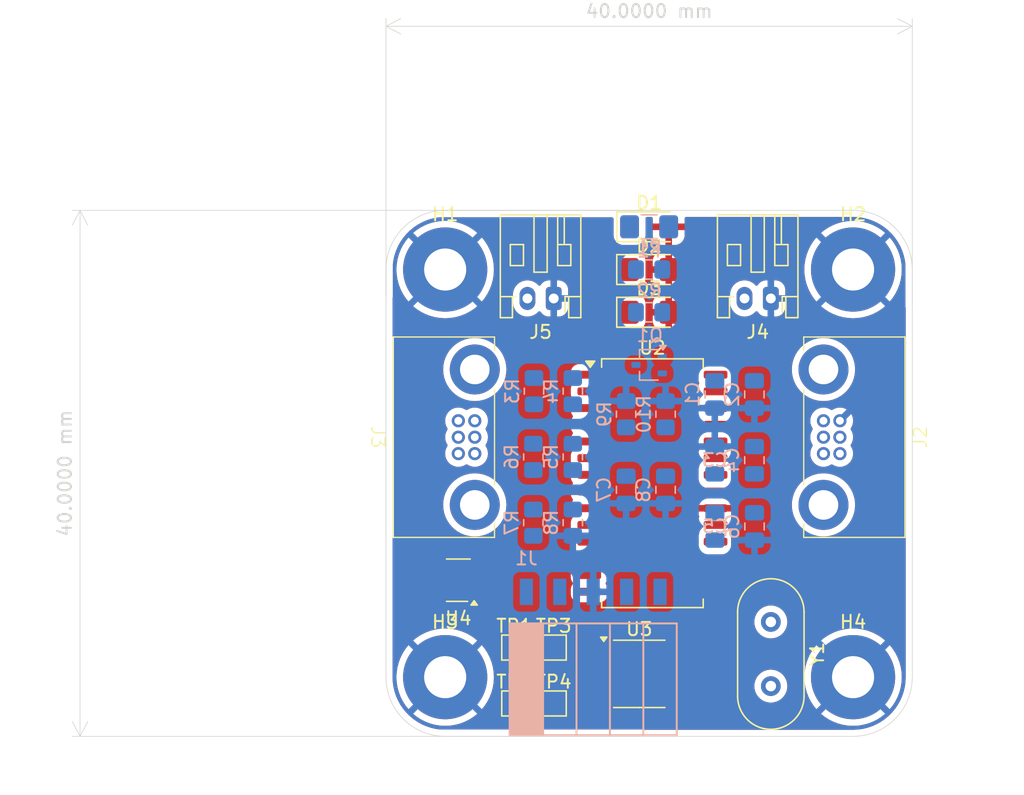
<source format=kicad_pcb>
(kicad_pcb (version 20240108) (generator "pcbnew") (generator_version "8.0")
  (layers (0 "F.Cu" signal) (31 "B.Cu" signal) (34 "B.Paste" user) (35 "F.Paste" user) (36 "B.SilkS" user "B.Silkscreen") (37 "F.SilkS" user "F.Silkscreen") (38 "B.Mask" user) (39 "F.Mask" user) (44 "Edge.Cuts" user))
  (net 0 "")
  (net 1 "+5V")
  (net 2 "GND")
  (net 3 "Net-(D1-K)")
  (net 4 "Net-(D2-K)")
  (net 5 "Net-(D3-K)")
  (net 6 "Net-(J2-Pin_5)")
  (net 7 "Net-(U4-IN+)")
  (net 8 "/ICSPDAT")
  (net 9 "/ICSPCLK")
  (net 10 "/~{MCLR}")
  (net 12 "/CANL")
  (net 14 "/CANH")
  (net 16 "/MTR_OUT")
  (net 18 "/MTR_IN")
  (net 19 "/LIM_2")
  (net 20 "/LIM_1")
  (net 21 "/MTR_ON")
  (net 22 "Net-(U2-RA2)")
  (net 23 "Net-(U2-RA1)")
  (net 24 "Net-(U2-RA0)")
  (net 29 "/CAN_RX")
  (net 31 "/CAN_TX")
  (net 33 "/CURR_SENS")
  (net 35 "/OSC1")
  (net 36 "Net-(C4-Pad2)")
  (net 39 "/OSC2")
  (net 40 "Net-(J3-Pin_5)")
  (net 41 "Net-(J4-Pin_2)")
  (net 42 "Net-(J5-Pin_2)")
  (net 43 "Net-(U3-STBY)")
  (footprint "LED_SMD:LED_1206_3216Metric_Pad1.42x1.75mm_HandSolder" (layer "F.Cu") (at 172.75 45.75)
    (property "Reference" "D2" (at 0 -1.82 0) (layer "F.SilkS"))
    (property "Value" "BLUE")
    (fp_line (start -2.46 -1.135) (end -2.46 1.135) (stroke (width 0.12)) (layer "F.SilkS"))
    (fp_line (start -2.46 1.135) (end 1.6 1.135) (stroke (width 0.12)) (layer "F.SilkS"))
    (fp_line (start 1.6 -1.135) (end -2.46 -1.135) (stroke (width 0.12)) (layer "F.SilkS"))
    (pad "1" smd roundrect (at -1.4875 0) (size 1.425 1.75) (layers "F.Cu" "F.Paste" "F.Mask") (roundrect_rratio 0.175439) (net 4 "Net-(D2-K)"))
    (pad "2" smd roundrect (at 1.4875 0) (size 1.425 1.75) (layers "F.Cu" "F.Paste" "F.Mask") (roundrect_rratio 0.175439) (net 1 "+5V"))
  )
  (footprint "Connector_JST:JST_PH_S2B-PH-K_1x02_P2.00mm_Horizontal" (layer "F.Cu") (at 182 47.95 180)
    (property "Reference" "J4" (at 1 -2.55 180) (layer "F.SilkS"))
    (property "Value" "Conn_01x02_Socket")
    (fp_line (start 4.06 6.36) (end 4.06 -1.46) (stroke (width 0.12)) (layer "F.SilkS"))
    (fp_line (start 4.06 0.14) (end 3.14 0.14) (stroke (width 0.12)) (layer "F.SilkS"))
    (fp_line (start 4.06 -1.46) (end 3.14 -1.46) (stroke (width 0.12)) (layer "F.SilkS"))
    (fp_line (start 3.3 4.1) (end 2.3 4.1) (stroke (width 0.12)) (layer "F.SilkS"))
    (fp_line (start 3.3 2.5) (end 3.3 4.1) (stroke (width 0.12)) (layer "F.SilkS"))
    (fp_line (start 3.14 0.14) (end 2.86 0.14) (stroke (width 0.12)) (layer "F.SilkS"))
    (fp_line (start 3.14 -1.46) (end 3.14 0.14) (stroke (width 0.12)) (layer "F.SilkS"))
    (fp_line (start 2.3 4.1) (end 2.3 2.5) (stroke (width 0.12)) (layer "F.SilkS"))
    (fp_line (start 2.3 2.5) (end 3.3 2.5) (stroke (width 0.12)) (layer "F.SilkS"))
    (fp_line (start 1.5 2) (end 1.5 6.36) (stroke (width 0.12)) (layer "F.SilkS"))
    (fp_line (start 0.5 6.36) (end 0.5 2) (stroke (width 0.12)) (layer "F.SilkS"))
    (fp_line (start 0.5 2) (end 1.5 2) (stroke (width 0.12)) (layer "F.SilkS"))
    (fp_line (start -0.3 4.1) (end -0.3 6.36) (stroke (width 0.12)) (layer "F.SilkS"))
    (fp_line (start -0.3 4.1) (end -0.3 2.5) (stroke (width 0.12)) (layer "F.SilkS"))
    (fp_line (start -0.3 2.5) (end -1.3 2.5) (stroke (width 0.12)) (layer "F.SilkS"))
    (fp_line (start -0.8 4.1) (end -0.8 6.36) (stroke (width 0.12)) (layer "F.SilkS"))
    (fp_line (start -0.86 0.14) (end -0.86 -1.075) (stroke (width 0.12)) (layer "F.SilkS"))
    (fp_line (start -0.86 0.14) (end -1.14 0.14) (stroke (width 0.12)) (layer "F.SilkS"))
    (fp_line (start -1.14 0.14) (end -1.14 -1.46) (stroke (width 0.12)) (layer "F.SilkS"))
    (fp_line (start -1.14 -1.46) (end -2.06 -1.46) (stroke (width 0.12)) (layer "F.SilkS"))
    (fp_line (start -1.3 4.1) (end -0.3 4.1) (stroke (width 0.12)) (layer "F.SilkS"))
    (fp_line (start -1.3 2.5) (end -1.3 4.1) (stroke (width 0.12)) (layer "F.SilkS"))
    (fp_line (start -2.06 6.36) (end 4.06 6.36) (stroke (width 0.12)) (layer "F.SilkS"))
    (fp_line (start -2.06 0.14) (end -1.14 0.14) (stroke (width 0.12)) (layer "F.SilkS"))
    (fp_line (start -2.06 -1.46) (end -2.06 6.36) (stroke (width 0.12)) (layer "F.SilkS"))
    (pad "1" thru_hole roundrect (at 0 0 180) (size 1.2 1.75) (drill 0.75) (layers "*.Cu" "*.Mask") (roundrect_rratio 0.208333) (net 2 "GND"))
    (pad "2" thru_hole oval (at 2 0 180) (size 1.2 1.75) (drill 0.75) (layers "*.Cu" "*.Mask") (net 41 "Net-(J4-Pin_2)"))
  )
  (footprint "Package_SO:SOIC-8_3.9x4.9mm_P1.27mm" (layer "F.Cu") (at 172 76.5)
    (property "Reference" "U3" (at 0 -3.4 0) (layer "F.SilkS"))
    (property "Value" "MCP2562")
    (fp_line (start 0 -2.56) (end -1.95 -2.56) (stroke (width 0.12)) (layer "F.SilkS"))
    (fp_line (start 0 -2.56) (end 1.95 -2.56) (stroke (width 0.12)) (layer "F.SilkS"))
    (fp_line (start 0 2.56) (end -1.95 2.56) (stroke (width 0.12)) (layer "F.SilkS"))
    (fp_line (start 0 2.56) (end 1.95 2.56) (stroke (width 0.12)) (layer "F.SilkS"))
    (fp_poly (pts (xy -2.7 -2.465) (xy -2.94 -2.795) (xy -2.46 -2.795) (xy -2.7 -2.465)) (stroke (width 0.12)) (fill solid) (layer "F.SilkS"))
    (pad "1" smd roundrect (at -2.475 -1.905) (size 1.95 0.6) (layers "F.Cu" "F.Paste" "F.Mask") (net 31 "/CAN_TX"))
    (pad "2" smd roundrect (at -2.475 -0.635) (size 1.95 0.6) (layers "F.Cu" "F.Paste" "F.Mask") (net 43 "Net-(U3-STBY)"))
    (pad "3" smd roundrect (at -2.475 0.635) (size 1.95 0.6) (layers "F.Cu" "F.Paste" "F.Mask") (net 1 "+5V"))
    (pad "4" smd roundrect (at -2.475 1.905) (size 1.95 0.6) (layers "F.Cu" "F.Paste" "F.Mask") (net 29 "/CAN_RX"))
    (pad "5" smd roundrect (at 2.475 1.905) (size 1.95 0.6) (layers "F.Cu" "F.Paste" "F.Mask") (net 1 "+5V"))
    (pad "6" smd roundrect (at 2.475 0.635) (size 1.95 0.6) (layers "F.Cu" "F.Paste" "F.Mask") (net 12 "/CANL"))
    (pad "7" smd roundrect (at 2.475 -0.635) (size 1.95 0.6) (layers "F.Cu" "F.Paste" "F.Mask") (net 14 "/CANH"))
    (pad "8" smd roundrect (at 2.475 -1.905) (size 1.95 0.6) (layers "F.Cu" "F.Paste" "F.Mask") (net 43 "Net-(U3-STBY)"))
  )
  (footprint "LED_SMD:LED_1206_3216Metric_Pad1.42x1.75mm_HandSolder" (layer "F.Cu") (at 172.75 42.5)
    (property "Reference" "D1" (at 0 -1.82 0) (layer "F.SilkS"))
    (property "Value" "RED")
    (fp_line (start -2.46 -1.135) (end -2.46 1.135) (stroke (width 0.12)) (layer "F.SilkS"))
    (fp_line (start -2.46 1.135) (end 1.6 1.135) (stroke (width 0.12)) (layer "F.SilkS"))
    (fp_line (start 1.6 -1.135) (end -2.46 -1.135) (stroke (width 0.12)) (layer "F.SilkS"))
    (pad "1" smd roundrect (at -1.4875 0) (size 1.425 1.75) (layers "F.Cu" "F.Paste" "F.Mask") (roundrect_rratio 0.175439) (net 3 "Net-(D1-K)"))
    (pad "2" smd roundrect (at 1.4875 0) (size 1.425 1.75) (layers "F.Cu" "F.Paste" "F.Mask") (roundrect_rratio 0.175439) (net 1 "+5V"))
  )
  (footprint "MountingHole:MountingHole_3.2mm_M3_Pad" (layer "F.Cu") (at 188.25 45.75)
    (property "Reference" "H2" (at 0 -4.2 0) (layer "F.SilkS"))
    (property "Value" "Mount")
    (pad "1" thru_hole circle (at 0 0) (size 6.4 6.4) (drill 3.2) (layers "*.Cu" "*.Mask") (net 2 "GND"))
  )
  (footprint "TestPoint:TestPoint_Pad_1.5x1.5mm" (layer "F.Cu") (at 162.5 78.75)
    (property "Reference" "TP2" (at 0 -1.648 0) (layer "F.SilkS"))
    (property "Value" "PWM TP")
    (fp_line (start -0.95 -0.95) (end 0.95 -0.95) (stroke (width 0.12)) (layer "F.SilkS"))
    (fp_line (start -0.95 0.95) (end -0.95 -0.95) (stroke (width 0.12)) (layer "F.SilkS"))
    (fp_line (start 0.95 -0.95) (end 0.95 0.95) (stroke (width 0.12)) (layer "F.SilkS"))
    (fp_line (start 0.95 0.95) (end -0.95 0.95) (stroke (width 0.12)) (layer "F.SilkS"))
    (pad "1" smd rect (at 0 0) (size 1.5 1.5) (layers "F.Cu" "F.Mask") (net 18 "/MTR_IN"))
  )
  (footprint "LED_SMD:LED_1206_3216Metric_Pad1.42x1.75mm_HandSolder" (layer "F.Cu") (at 172.75 49)
    (property "Reference" "D3" (at 0 -1.82 0) (layer "F.SilkS"))
    (property "Value" "WHITE")
    (fp_line (start -2.46 -1.135) (end -2.46 1.135) (stroke (width 0.12)) (layer "F.SilkS"))
    (fp_line (start -2.46 1.135) (end 1.6 1.135) (stroke (width 0.12)) (layer "F.SilkS"))
    (fp_line (start 1.6 -1.135) (end -2.46 -1.135) (stroke (width 0.12)) (layer "F.SilkS"))
    (pad "1" smd roundrect (at -1.4875 0) (size 1.425 1.75) (layers "F.Cu" "F.Paste" "F.Mask") (roundrect_rratio 0.175439) (net 5 "Net-(D3-K)"))
    (pad "2" smd roundrect (at 1.4875 0) (size 1.425 1.75) (layers "F.Cu" "F.Paste" "F.Mask") (roundrect_rratio 0.175439) (net 1 "+5V"))
  )
  (footprint "TestPoint:TestPoint_Pad_1.5x1.5mm" (layer "F.Cu") (at 162.5 74.5)
    (property "Reference" "TP1" (at 0 -1.648 0) (layer "F.SilkS"))
    (property "Value" "5v TP")
    (fp_line (start -0.95 -0.95) (end 0.95 -0.95) (stroke (width 0.12)) (layer "F.SilkS"))
    (fp_line (start -0.95 0.95) (end -0.95 -0.95) (stroke (width 0.12)) (layer "F.SilkS"))
    (fp_line (start 0.95 -0.95) (end 0.95 0.95) (stroke (width 0.12)) (layer "F.SilkS"))
    (fp_line (start 0.95 0.95) (end -0.95 0.95) (stroke (width 0.12)) (layer "F.SilkS"))
    (pad "1" smd rect (at 0 0) (size 1.5 1.5) (layers "F.Cu" "F.Mask") (net 1 "+5V"))
  )
  (footprint "MountingHole:MountingHole_3.2mm_M3_Pad" (layer "F.Cu") (at 157.25 45.75)
    (property "Reference" "H1" (at 0 -4.2 0) (layer "F.SilkS"))
    (property "Value" "Mount")
    (pad "1" thru_hole circle (at 0 0) (size 6.4 6.4) (drill 3.2) (layers "*.Cu" "*.Mask") (net 2 "GND"))
  )
  (footprint "TestPoint:TestPoint_Pad_1.5x1.5mm" (layer "F.Cu") (at 165.5 74.5)
    (property "Reference" "TP3" (at 0 -1.648 0) (layer "F.SilkS"))
    (property "Value" "LIM2 TP")
    (fp_line (start -0.95 -0.95) (end 0.95 -0.95) (stroke (width 0.12)) (layer "F.SilkS"))
    (fp_line (start -0.95 0.95) (end -0.95 -0.95) (stroke (width 0.12)) (layer "F.SilkS"))
    (fp_line (start 0.95 -0.95) (end 0.95 0.95) (stroke (width 0.12)) (layer "F.SilkS"))
    (fp_line (start 0.95 0.95) (end -0.95 0.95) (stroke (width 0.12)) (layer "F.SilkS"))
    (pad "1" smd rect (at 0 0) (size 1.5 1.5) (layers "F.Cu" "F.Mask") (net 19 "/LIM_2"))
  )
  (footprint "Canhw:connector_Harwin_G125–MG10605M4P" (layer "F.Cu") (at 186 58.5 90)
    (property "Reference" "J2" (at 0 7.366 90) (layer "F.SilkS") (effects (font (thickness 0.1))))
    (property "Value" "Gecko")
    (fp_line (start 7.62 -1.5) (end 6.6 -1.5) (stroke (width 0.1)) (layer "F.SilkS"))
    (fp_line (start 7.62 -1.5) (end 7.62 6.2) (stroke (width 0.1)) (layer "F.SilkS"))
    (fp_line (start 3.6 -1.5) (end -3.6 -1.5) (stroke (width 0.1)) (layer "F.SilkS"))
    (fp_line (start -7.62 -1.5) (end -6.6 -1.5) (stroke (width 0.1)) (layer "F.SilkS"))
    (fp_line (start 7.62 6.2) (end -7.62 6.2) (stroke (width 0.1)) (layer "F.SilkS"))
    (fp_line (start -7.62 6.2) (end -7.62 -1.5) (stroke (width 0.1)) (layer "F.SilkS"))
    (pad "" thru_hole circle (at -5.15 0 90) (size 3.8 3.8) (drill 2.25) (layers "*.Cu" "*.Mask"))
    (pad "" thru_hole circle (at 5.15 0 90) (size 3.8 3.8) (drill 2.25) (layers "*.Cu" "*.Mask"))
    (pad "1" thru_hole circle (at 1.25 0 90) (size 1 1) (drill 0.6) (layers "*.Cu" "*.Mask"))
    (pad "2" thru_hole circle (at 0 0 90) (size 1 1) (drill 0.6) (layers "*.Cu" "*.Mask") (net 12 "/CANL"))
    (pad "3" thru_hole circle (at -1.25 0 90) (size 1 1) (drill 0.6) (layers "*.Cu" "*.Mask") (net 14 "/CANH"))
    (pad "4" thru_hole circle (at 1.25 1.25 90) (size 1 1) (drill 0.6) (layers "*.Cu" "*.Mask") (net 2 "GND"))
    (pad "5" thru_hole circle (at 0 1.25 90) (size 1 1) (drill 0.6) (layers "*.Cu" "*.Mask") (net 6 "Net-(J2-Pin_5)"))
    (pad "6" thru_hole circle (at -1.25 1.25 90) (size 1 1) (drill 0.6) (layers "*.Cu" "*.Mask"))
  )
  (footprint "Canhw:connector_Harwin_G125–MG10605M4P" (layer "F.Cu") (at 159.5 58.5 -90)
    (property "Reference" "J3" (at 0 7.366 -90) (layer "F.SilkS") (effects (font (thickness 0.1))))
    (property "Value" "Gecko")
    (fp_line (start -7.62 6.2) (end -7.62 -1.5) (stroke (width 0.1)) (layer "F.SilkS"))
    (fp_line (start 7.62 6.2) (end -7.62 6.2) (stroke (width 0.1)) (layer "F.SilkS"))
    (fp_line (start -7.62 -1.5) (end -6.6 -1.5) (stroke (width 0.1)) (layer "F.SilkS"))
    (fp_line (start 3.6 -1.5) (end -3.6 -1.5) (stroke (width 0.1)) (layer "F.SilkS"))
    (fp_line (start 7.62 -1.5) (end 7.62 6.2) (stroke (width 0.1)) (layer "F.SilkS"))
    (fp_line (start 7.62 -1.5) (end 6.6 -1.5) (stroke (width 0.1)) (layer "F.SilkS"))
    (pad "" thru_hole circle (at -5.15 0 270) (size 3.8 3.8) (drill 2.25) (layers "*.Cu" "*.Mask"))
    (pad "" thru_hole circle (at 5.15 0 270) (size 3.8 3.8) (drill 2.25) (layers "*.Cu" "*.Mask"))
    (pad "1" thru_hole circle (at 1.25 0 270) (size 1 1) (drill 0.6) (layers "*.Cu" "*.Mask"))
    (pad "2" thru_hole circle (at 0 0 270) (size 1 1) (drill 0.6) (layers "*.Cu" "*.Mask") (net 2 "GND"))
    (pad "3" thru_hole circle (at -1.25 0 270) (size 1 1) (drill 0.6) (layers "*.Cu" "*.Mask") (net 18 "/MTR_IN"))
    (pad "4" thru_hole circle (at 1.25 1.25 270) (size 1 1) (drill 0.6) (layers "*.Cu" "*.Mask") (net 16 "/MTR_OUT"))
    (pad "5" thru_hole circle (at 0 1.25 270) (size 1 1) (drill 0.6) (layers "*.Cu" "*.Mask") (net 40 "Net-(J3-Pin_5)"))
    (pad "6" thru_hole circle (at -1.25 1.25 270) (size 1 1) (drill 0.6) (layers "*.Cu" "*.Mask"))
  )
  (footprint "Package_TO_SOT_SMD:SOT-23-5_HandSoldering" (layer "F.Cu") (at 158.25 69.375 180)
    (property "Reference" "U4" (at 0 -2.9 180) (layer "F.SilkS"))
    (property "Value" "INA180")
    (fp_line (start 0.1 -1.61) (end 0.9 -1.61) (stroke (width 0.12)) (layer "F.SilkS"))
    (fp_line (start 0.1 -1.61) (end -0.7 -1.61) (stroke (width 0.12)) (layer "F.SilkS"))
    (fp_line (start -0.9 1.61) (end 0.9 1.61) (stroke (width 0.12)) (layer "F.SilkS"))
    (fp_poly (pts (xy -1.2 -1.56) (xy -1.44 -1.89) (xy -0.96 -1.89) (xy -1.2 -1.56)) (stroke (width 0.12)) (fill solid) (layer "F.SilkS"))
    (pad "1" smd roundrect (at -1.35 -0.95 180) (size 1.56 0.65) (layers "F.Cu" "F.Paste" "F.Mask") (net 33 "/CURR_SENS"))
    (pad "2" smd roundrect (at -1.35 0 180) (size 1.56 0.65) (layers "F.Cu" "F.Paste" "F.Mask") (net 2 "GND"))
    (pad "3" smd roundrect (at -1.35 0.95 180) (size 1.56 0.65) (layers "F.Cu" "F.Paste" "F.Mask") (net 7 "Net-(U4-IN+)"))
    (pad "4" smd roundrect (at 1.35 0.95 180) (size 1.56 0.65) (layers "F.Cu" "F.Paste" "F.Mask") (net 1 "+5V"))
    (pad "5" smd roundrect (at 1.35 -0.95 180) (size 1.56 0.65) (layers "F.Cu" "F.Paste" "F.Mask") (net 1 "+5V"))
  )
  (footprint "Package_SO:SOIC-28W_7.5x18.7mm_P1.27mm" (layer "F.Cu") (at 173 62)
    (property "Reference" "U2" (at 0 -10.3 0) (layer "F.SilkS"))
    (property "Value" "PIC18F26K83")
    (fp_line (start -3.86 -9.46) (end -3.86 -8.815) (stroke (width 0.12)) (layer "F.SilkS"))
    (fp_line (start -3.86 9.46) (end -3.86 8.815) (stroke (width 0.12)) (layer "F.SilkS"))
    (fp_line (start 0 -9.46) (end -3.86 -9.46) (stroke (width 0.12)) (layer "F.SilkS"))
    (fp_line (start 0 -9.46) (end 3.86 -9.46) (stroke (width 0.12)) (layer "F.SilkS"))
    (fp_line (start 0 9.46) (end -3.86 9.46) (stroke (width 0.12)) (layer "F.SilkS"))
    (fp_line (start 0 9.46) (end 3.86 9.46) (stroke (width 0.12)) (layer "F.SilkS"))
    (fp_line (start 3.86 -9.46) (end 3.86 -8.815) (stroke (width 0.12)) (layer "F.SilkS"))
    (fp_line (start 3.86 9.46) (end 3.86 8.815) (stroke (width 0.12)) (layer "F.SilkS"))
    (fp_poly (pts (xy -4.725 -8.815) (xy -5.065 -9.285) (xy -4.385 -9.285) (xy -4.725 -8.815)) (stroke (width 0.12)) (fill solid) (layer "F.SilkS"))
    (pad "1" smd roundrect (at -4.8 -8.255) (size 1.8 0.6) (layers "F.Cu" "F.Paste" "F.Mask") (net 10 "/~{MCLR}"))
    (pad "2" smd roundrect (at -4.8 -6.985) (size 1.8 0.6) (layers "F.Cu" "F.Paste" "F.Mask") (net 24 "Net-(U2-RA0)"))
    (pad "3" smd roundrect (at -4.8 -5.715) (size 1.8 0.6) (layers "F.Cu" "F.Paste" "F.Mask") (net 23 "Net-(U2-RA1)"))
    (pad "4" smd roundrect (at -4.8 -4.445) (size 1.8 0.6) (layers "F.Cu" "F.Paste" "F.Mask") (net 22 "Net-(U2-RA2)"))
    (pad "5" smd roundrect (at -4.8 -3.175) (size 1.8 0.6) (layers "F.Cu" "F.Paste" "F.Mask") (net 33 "/CURR_SENS"))
    (pad "6" smd roundrect (at -4.8 -1.905) (size 1.8 0.6) (layers "F.Cu" "F.Paste" "F.Mask"))
    (pad "7" smd roundrect (at -4.8 -0.635) (size 1.8 0.6) (layers "F.Cu" "F.Paste" "F.Mask"))
    (pad "8" smd roundrect (at -4.8 0.635) (size 1.8 0.6) (layers "F.Cu" "F.Paste" "F.Mask") (net 2 "GND"))
    (pad "9" smd roundrect (at -4.8 1.905) (size 1.8 0.6) (layers "F.Cu" "F.Paste" "F.Mask") (net 35 "/OSC1"))
    (pad "10" smd roundrect (at -4.8 3.175) (size 1.8 0.6) (layers "F.Cu" "F.Paste" "F.Mask") (net 39 "/OSC2"))
    (pad "11" smd roundrect (at -4.8 4.445) (size 1.8 0.6) (layers "F.Cu" "F.Paste" "F.Mask") (net 31 "/CAN_TX"))
    (pad "12" smd roundrect (at -4.8 5.715) (size 1.8 0.6) (layers "F.Cu" "F.Paste" "F.Mask") (net 29 "/CAN_RX"))
    (pad "13" smd roundrect (at -4.8 6.985) (size 1.8 0.6) (layers "F.Cu" "F.Paste" "F.Mask"))
    (pad "14" smd roundrect (at -4.8 8.255) (size 1.8 0.6) (layers "F.Cu" "F.Paste" "F.Mask") (net 20 "/LIM_1"))
    (pad "15" smd roundrect (at 4.8 8.255) (size 1.8 0.6) (layers "F.Cu" "F.Paste" "F.Mask") (net 19 "/LIM_2"))
    (pad "16" smd roundrect (at 4.8 6.985) (size 1.8 0.6) (layers "F.Cu" "F.Paste" "F.Mask"))
    (pad "17" smd roundrect (at 4.8 5.715) (size 1.8 0.6) (layers "F.Cu" "F.Paste" "F.Mask"))
    (pad "18" smd roundrect (at 4.8 4.445) (size 1.8 0.6) (layers "F.Cu" "F.Paste" "F.Mask"))
    (pad "19" smd roundrect (at 4.8 3.175) (size 1.8 0.6) (layers "F.Cu" "F.Paste" "F.Mask") (net 2 "GND"))
    (pad "20" smd roundrect (at 4.8 1.905) (size 1.8 0.6) (layers "F.Cu" "F.Paste" "F.Mask") (net 1 "+5V"))
    (pad "21" smd roundrect (at 4.8 0.635) (size 1.8 0.6) (layers "F.Cu" "F.Paste" "F.Mask"))
    (pad "22" smd roundrect (at 4.8 -0.635) (size 1.8 0.6) (layers "F.Cu" "F.Paste" "F.Mask"))
    (pad "23" smd roundrect (at 4.8 -1.905) (size 1.8 0.6) (layers "F.Cu" "F.Paste" "F.Mask"))
    (pad "24" smd roundrect (at 4.8 -3.175) (size 1.8 0.6) (layers "F.Cu" "F.Paste" "F.Mask") (net 18 "/MTR_IN"))
    (pad "25" smd roundrect (at 4.8 -4.445) (size 1.8 0.6) (layers "F.Cu" "F.Paste" "F.Mask") (net 16 "/MTR_OUT"))
    (pad "26" smd roundrect (at 4.8 -5.715) (size 1.8 0.6) (layers "F.Cu" "F.Paste" "F.Mask") (net 21 "/MTR_ON"))
    (pad "27" smd roundrect (at 4.8 -6.985) (size 1.8 0.6) (layers "F.Cu" "F.Paste" "F.Mask") (net 9 "/ICSPCLK"))
    (pad "28" smd roundrect (at 4.8 -8.255) (size 1.8 0.6) (layers "F.Cu" "F.Paste" "F.Mask") (net 8 "/ICSPDAT"))
  )
  (footprint "MountingHole:MountingHole_3.2mm_M3_Pad" (layer "F.Cu") (at 157.25 76.75)
    (property "Reference" "H3" (at 0 -4.2 0) (layer "F.SilkS"))
    (property "Value" "Mount")
    (pad "1" thru_hole circle (at 0 0) (size 6.4 6.4) (drill 3.2) (layers "*.Cu" "*.Mask") (net 2 "GND"))
  )
  (footprint "TestPoint:TestPoint_Pad_1.5x1.5mm" (layer "F.Cu") (at 165.5 78.75)
    (property "Reference" "TP4" (at 0 -1.648 0) (layer "F.SilkS"))
    (property "Value" "LIM1 TP")
    (fp_line (start -0.95 -0.95) (end 0.95 -0.95) (stroke (width 0.12)) (layer "F.SilkS"))
    (fp_line (start -0.95 0.95) (end -0.95 -0.95) (stroke (width 0.12)) (layer "F.SilkS"))
    (fp_line (start 0.95 -0.95) (end 0.95 0.95) (stroke (width 0.12)) (layer "F.SilkS"))
    (fp_line (start 0.95 0.95) (end -0.95 0.95) (stroke (width 0.12)) (layer "F.SilkS"))
    (pad "1" smd rect (at 0 0) (size 1.5 1.5) (layers "F.Cu" "F.Mask") (net 20 "/LIM_1"))
  )
  (footprint "Crystal:Crystal_HC49-4H_Vertical" (layer "F.Cu") (at 182 72.55 -90)
    (property "Reference" "Y1" (at 2.44 -3.525 90) (layer "F.SilkS"))
    (property "Value" "12MHz Crystal ")
    (fp_line (start -0.76 2.525) (end 5.64 2.525) (stroke (width 0.12)) (layer "F.SilkS"))
    (fp_line (start -0.76 -2.525) (end 5.64 -2.525) (stroke (width 0.12)) (layer "F.SilkS"))
    (fp_arc (start -0.76 2.525) (mid -3.285 0) (end -0.76 -2.525) (stroke (width 0.12)) (layer "F.SilkS"))
    (fp_arc (start 5.64 -2.525) (mid 8.165 0) (end 5.64 2.525) (stroke (width 0.12)) (layer "F.SilkS"))
    (pad "1" thru_hole circle (at 0 0 270) (size 1.5 1.5) (drill 0.8) (layers "*.Cu" "*.Mask") (net 35 "/OSC1"))
    (pad "2" thru_hole circle (at 4.88 0 270) (size 1.5 1.5) (drill 0.8) (layers "*.Cu" "*.Mask") (net 39 "/OSC2"))
  )
  (footprint "Connector_JST:JST_PH_S2B-PH-K_1x02_P2.00mm_Horizontal" (layer "F.Cu") (at 165.5 47.95 180)
    (property "Reference" "J5" (at 1 -2.55 180) (layer "F.SilkS"))
    (property "Value" "Conn_01x02_Socket")
    (fp_line (start 4.06 6.36) (end 4.06 -1.46) (stroke (width 0.12)) (layer "F.SilkS"))
    (fp_line (start 4.06 0.14) (end 3.14 0.14) (stroke (width 0.12)) (layer "F.SilkS"))
    (fp_line (start 4.06 -1.46) (end 3.14 -1.46) (stroke (width 0.12)) (layer "F.SilkS"))
    (fp_line (start 3.3 4.1) (end 2.3 4.1) (stroke (width 0.12)) (layer "F.SilkS"))
    (fp_line (start 3.3 2.5) (end 3.3 4.1) (stroke (width 0.12)) (layer "F.SilkS"))
    (fp_line (start 3.14 0.14) (end 2.86 0.14) (stroke (width 0.12)) (layer "F.SilkS"))
    (fp_line (start 3.14 -1.46) (end 3.14 0.14) (stroke (width 0.12)) (layer "F.SilkS"))
    (fp_line (start 2.3 4.1) (end 2.3 2.5) (stroke (width 0.12)) (layer "F.SilkS"))
    (fp_line (start 2.3 2.5) (end 3.3 2.5) (stroke (width 0.12)) (layer "F.SilkS"))
    (fp_line (start 1.5 2) (end 1.5 6.36) (stroke (width 0.12)) (layer "F.SilkS"))
    (fp_line (start 0.5 6.36) (end 0.5 2) (stroke (width 0.12)) (layer "F.SilkS"))
    (fp_line (start 0.5 2) (end 1.5 2) (stroke (width 0.12)) (layer "F.SilkS"))
    (fp_line (start -0.3 4.1) (end -0.3 6.36) (stroke (width 0.12)) (layer "F.SilkS"))
    (fp_line (start -0.3 4.1) (end -0.3 2.5) (stroke (width 0.12)) (layer "F.SilkS"))
    (fp_line (start -0.3 2.5) (end -1.3 2.5) (stroke (width 0.12)) (layer "F.SilkS"))
    (fp_line (start -0.8 4.1) (end -0.8 6.36) (stroke (width 0.12)) (layer "F.SilkS"))
    (fp_line (start -0.86 0.14) (end -0.86 -1.075) (stroke (width 0.12)) (layer "F.SilkS"))
    (fp_line (start -0.86 0.14) (end -1.14 0.14) (stroke (width 0.12)) (layer "F.SilkS"))
    (fp_line (start -1.14 0.14) (end -1.14 -1.46) (stroke (width 0.12)) (layer "F.SilkS"))
    (fp_line (start -1.14 -1.46) (end -2.06 -1.46) (stroke (width 0.12)) (layer "F.SilkS"))
    (fp_line (start -1.3 4.1) (end -0.3 4.1) (stroke (width 0.12)) (layer "F.SilkS"))
    (fp_line (start -1.3 2.5) (end -1.3 4.1) (stroke (width 0.12)) (layer "F.SilkS"))
    (fp_line (start -2.06 6.36) (end 4.06 6.36) (stroke (width 0.12)) (layer "F.SilkS"))
    (fp_line (start -2.06 0.14) (end -1.14 0.14) (stroke (width 0.12)) (layer "F.SilkS"))
    (fp_line (start -2.06 -1.46) (end -2.06 6.36) (stroke (width 0.12)) (layer "F.SilkS"))
    (pad "1" thru_hole roundrect (at 0 0 180) (size 1.2 1.75) (drill 0.75) (layers "*.Cu" "*.Mask") (roundrect_rratio 0.208333) (net 2 "GND"))
    (pad "2" thru_hole oval (at 2 0 180) (size 1.2 1.75) (drill 0.75) (layers "*.Cu" "*.Mask") (net 42 "Net-(J5-Pin_2)"))
  )
  (footprint "MountingHole:MountingHole_3.2mm_M3_Pad" (layer "F.Cu") (at 188.25 76.75)
    (property "Reference" "H4" (at 0 -4.2 0) (layer "F.SilkS"))
    (property "Value" "Mount")
    (pad "1" thru_hole circle (at 0 0) (size 6.4 6.4) (drill 3.2) (layers "*.Cu" "*.Mask") (net 2 "GND"))
  )
  (footprint "Resistor_SMD:R_0805_2012Metric_Pad1.20x1.40mm_HandSolder" (layer "B.Cu") (at 166.95 65 -90)
    (property "Reference" "R8" (at 0 1.65 90) (layer "B.SilkS") (effects (justify mirror)))
    (property "Value" "10kR")
    (fp_line (start 0.227064 0.735) (end -0.227064 0.735) (stroke (width 0.12)) (layer "B.SilkS"))
    (fp_line (start 0.227064 -0.735) (end -0.227064 -0.735) (stroke (width 0.12)) (layer "B.SilkS"))
    (pad "1" smd roundrect (at -1 0 270) (size 1.2 1.4) (layers "B.Cu" "B.Paste" "B.Mask") (roundrect_rratio 0.208333) (net 21 "/MTR_ON"))
    (pad "2" smd roundrect (at 1 0 270) (size 1.2 1.4) (layers "B.Cu" "B.Paste" "B.Mask") (roundrect_rratio 0.208333) (net 2 "GND"))
  )
  (footprint "Capacitor_SMD:C_0805_2012Metric_Pad1.18x1.45mm_HandSolder" (layer "B.Cu") (at 177.74 55.25 -90)
    (property "Reference" "C1" (at 0 1.68 90) (layer "B.SilkS") (effects (justify mirror)))
    (property "Value" "0.1uF")
    (fp_line (start 0.261252 0.735) (end -0.261252 0.735) (stroke (width 0.12)) (layer "B.SilkS"))
    (fp_line (start 0.261252 -0.735) (end -0.261252 -0.735) (stroke (width 0.12)) (layer "B.SilkS"))
    (pad "1" smd roundrect (at -1.0375 0 270) (size 1.175 1.45) (layers "B.Cu" "B.Paste" "B.Mask") (roundrect_rratio 0.212766) (net 1 "+5V"))
    (pad "2" smd roundrect (at 1.0375 0 270) (size 1.175 1.45) (layers "B.Cu" "B.Paste" "B.Mask") (roundrect_rratio 0.212766) (net 2 "GND"))
  )
  (footprint "Capacitor_SMD:C_0805_2012Metric_Pad1.18x1.45mm_HandSolder" (layer "B.Cu") (at 174 62.5 -90)
    (property "Reference" "C8" (at 0 1.68 90) (layer "B.SilkS") (effects (justify mirror)))
    (property "Value" "10uF")
    (fp_line (start 0.261252 0.735) (end -0.261252 0.735) (stroke (width 0.12)) (layer "B.SilkS"))
    (fp_line (start 0.261252 -0.735) (end -0.261252 -0.735) (stroke (width 0.12)) (layer "B.SilkS"))
    (pad "1" smd roundrect (at -1.0375 0 270) (size 1.175 1.45) (layers "B.Cu" "B.Paste" "B.Mask") (roundrect_rratio 0.212766) (net 20 "/LIM_1"))
    (pad "2" smd roundrect (at 1.0375 0 270) (size 1.175 1.45) (layers "B.Cu" "B.Paste" "B.Mask") (roundrect_rratio 0.212766) (net 2 "GND"))
  )
  (footprint "Capacitor_SMD:C_0805_2012Metric_Pad1.18x1.45mm_HandSolder" (layer "B.Cu") (at 177.75 65.2875 -90)
    (property "Reference" "C5" (at 0 0 180) (layer "B.SilkS") (effects (justify mirror)))
    (property "Value" "27pF")
    (fp_line (start 0.261252 0.735) (end -0.261252 0.735) (stroke (width 0.12)) (layer "B.SilkS"))
    (fp_line (start 0.261252 -0.735) (end -0.261252 -0.735) (stroke (width 0.12)) (layer "B.SilkS"))
    (pad "1" smd roundrect (at -1.0375 0 270) (size 1.175 1.45) (layers "B.Cu" "B.Paste" "B.Mask") (roundrect_rratio 0.212766) (net 39 "/OSC2"))
    (pad "2" smd roundrect (at 1.0375 0 270) (size 1.175 1.45) (layers "B.Cu" "B.Paste" "B.Mask") (roundrect_rratio 0.212766) (net 36 "Net-(C4-Pad2)"))
  )
  (footprint "Resistor_SMD:R_0805_2012Metric_Pad1.20x1.40mm_HandSolder" (layer "B.Cu") (at 163.95 65 -90)
    (property "Reference" "R7" (at 0 1.65 90) (layer "B.SilkS") (effects (justify mirror)))
    (property "Value" "10kR")
    (fp_line (start 0.227064 0.735) (end -0.227064 0.735) (stroke (width 0.12)) (layer "B.SilkS"))
    (fp_line (start 0.227064 -0.735) (end -0.227064 -0.735) (stroke (width 0.12)) (layer "B.SilkS"))
    (pad "1" smd roundrect (at -1 0 270) (size 1.2 1.4) (layers "B.Cu" "B.Paste" "B.Mask") (roundrect_rratio 0.208333) (net 1 "+5V"))
    (pad "2" smd roundrect (at 1 0 270) (size 1.2 1.4) (layers "B.Cu" "B.Paste" "B.Mask") (roundrect_rratio 0.208333) (net 41 "Net-(J4-Pin_2)"))
  )
  (footprint "Capacitor_SMD:C_0805_2012Metric_Pad1.18x1.45mm_HandSolder" (layer "B.Cu") (at 171 62.5 -90)
    (property "Reference" "C7" (at 0 1.68 90) (layer "B.SilkS") (effects (justify mirror)))
    (property "Value" "10uF")
    (fp_line (start 0.261252 0.735) (end -0.261252 0.735) (stroke (width 0.12)) (layer "B.SilkS"))
    (fp_line (start 0.261252 -0.735) (end -0.261252 -0.735) (stroke (width 0.12)) (layer "B.SilkS"))
    (pad "1" smd roundrect (at -1.0375 0 270) (size 1.175 1.45) (layers "B.Cu" "B.Paste" "B.Mask") (roundrect_rratio 0.212766) (net 19 "/LIM_2"))
    (pad "2" smd roundrect (at 1.0375 0 270) (size 1.175 1.45) (layers "B.Cu" "B.Paste" "B.Mask") (roundrect_rratio 0.212766) (net 2 "GND"))
  )
  (footprint "Resistor_SMD:R_0805_2012Metric_Pad1.20x1.40mm_HandSolder" (layer "B.Cu") (at 172.75 49 180)
    (property "Reference" "R2" (at 0 1.65 180) (layer "B.SilkS") (effects (justify mirror)))
    (property "Value" "220R")
    (fp_line (start 0.227064 0.735) (end -0.227064 0.735) (stroke (width 0.12)) (layer "B.SilkS"))
    (fp_line (start 0.227064 -0.735) (end -0.227064 -0.735) (stroke (width 0.12)) (layer "B.SilkS"))
    (pad "1" smd roundrect (at -1 0 180) (size 1.2 1.4) (layers "B.Cu" "B.Paste" "B.Mask") (roundrect_rratio 0.208333) (net 3 "Net-(D1-K)"))
    (pad "2" smd roundrect (at 1 0 180) (size 1.2 1.4) (layers "B.Cu" "B.Paste" "B.Mask") (roundrect_rratio 0.208333) (net 22 "Net-(U2-RA2)"))
  )
  (footprint "Resistor_SMD:R_0805_2012Metric_Pad1.20x1.40mm_HandSolder" (layer "B.Cu") (at 166.95 55 -90)
    (property "Reference" "R4" (at 0 1.65 90) (layer "B.SilkS") (effects (justify mirror)))
    (property "Value" "120R")
    (fp_line (start 0.227064 0.735) (end -0.227064 0.735) (stroke (width 0.12)) (layer "B.SilkS"))
    (fp_line (start 0.227064 -0.735) (end -0.227064 -0.735) (stroke (width 0.12)) (layer "B.SilkS"))
    (pad "1" smd roundrect (at -1 0 270) (size 1.2 1.4) (layers "B.Cu" "B.Paste" "B.Mask") (roundrect_rratio 0.208333) (net 5 "Net-(D3-K)"))
    (pad "2" smd roundrect (at 1 0 270) (size 1.2 1.4) (layers "B.Cu" "B.Paste" "B.Mask") (roundrect_rratio 0.208333) (net 24 "Net-(U2-RA0)"))
  )
  (footprint "Resistor_SMD:R_0805_2012Metric_Pad1.20x1.40mm_HandSolder" (layer "B.Cu") (at 174 56.75 -90)
    (property "Reference" "R10" (at 0 1.65 90) (layer "B.SilkS") (effects (justify mirror)))
    (property "Value" "1kR")
    (fp_line (start 0.227064 0.735) (end -0.227064 0.735) (stroke (width 0.12)) (layer "B.SilkS"))
    (fp_line (start 0.227064 -0.735) (end -0.227064 -0.735) (stroke (width 0.12)) (layer "B.SilkS"))
    (pad "1" smd roundrect (at -1 0 270) (size 1.2 1.4) (layers "B.Cu" "B.Paste" "B.Mask") (roundrect_rratio 0.208333) (net 2 "GND"))
    (pad "2" smd roundrect (at 1 0 270) (size 1.2 1.4) (layers "B.Cu" "B.Paste" "B.Mask") (roundrect_rratio 0.208333) (net 20 "/LIM_1"))
  )
  (footprint "Resistor_SMD:R_0805_2012Metric_Pad1.20x1.40mm_HandSolder" (layer "B.Cu") (at 164 55 -90)
    (property "Reference" "R3" (at 0 1.65 90) (layer "B.SilkS") (effects (justify mirror)))
    (property "Value" "120R")
    (fp_line (start 0.227064 0.735) (end -0.227064 0.735) (stroke (width 0.12)) (layer "B.SilkS"))
    (fp_line (start 0.227064 -0.735) (end -0.227064 -0.735) (stroke (width 0.12)) (layer "B.SilkS"))
    (pad "1" smd roundrect (at -1 0 270) (size 1.2 1.4) (layers "B.Cu" "B.Paste" "B.Mask") (roundrect_rratio 0.208333) (net 4 "Net-(D2-K)"))
    (pad "2" smd roundrect (at 1 0 270) (size 1.2 1.4) (layers "B.Cu" "B.Paste" "B.Mask") (roundrect_rratio 0.208333) (net 23 "Net-(U2-RA1)"))
  )
  (footprint "Capacitor_SMD:C_0805_2012Metric_Pad1.18x1.45mm_HandSolder" (layer "B.Cu") (at 180.76 65.2875 -90)
    (property "Reference" "C6" (at 0 1.68 90) (layer "B.SilkS") (effects (justify mirror)))
    (property "Value" "10uF")
    (fp_line (start 0.261252 0.735) (end -0.261252 0.735) (stroke (width 0.12)) (layer "B.SilkS"))
    (fp_line (start 0.261252 -0.735) (end -0.261252 -0.735) (stroke (width 0.12)) (layer "B.SilkS"))
    (pad "1" smd roundrect (at -1.0375 0 270) (size 1.175 1.45) (layers "B.Cu" "B.Paste" "B.Mask") (roundrect_rratio 0.212766) (net 1 "+5V"))
    (pad "2" smd roundrect (at 1.0375 0 270) (size 1.175 1.45) (layers "B.Cu" "B.Paste" "B.Mask") (roundrect_rratio 0.212766) (net 2 "GND"))
  )
  (footprint "Resistor_SMD:R_0805_2012Metric_Pad1.20x1.40mm_HandSolder" (layer "B.Cu") (at 172.75 45.75 180)
    (property "Reference" "R1" (at 0 1.65 180) (layer "B.SilkS") (effects (justify mirror)))
    (property "Value" "10k")
    (fp_line (start 0.227064 0.735) (end -0.227064 0.735) (stroke (width 0.12)) (layer "B.SilkS"))
    (fp_line (start 0.227064 -0.735) (end -0.227064 -0.735) (stroke (width 0.12)) (layer "B.SilkS"))
    (pad "1" smd roundrect (at -1 0 180) (size 1.2 1.4) (layers "B.Cu" "B.Paste" "B.Mask") (roundrect_rratio 0.208333) (net 1 "+5V"))
    (pad "2" smd roundrect (at 1 0 180) (size 1.2 1.4) (layers "B.Cu" "B.Paste" "B.Mask") (roundrect_rratio 0.208333) (net 10 "/~{MCLR}"))
  )
  (footprint "Package_TO_SOT_SMD:SOT-323_SC-70" (layer "B.Cu") (at 172.75 53 180)
    (property "Reference" "Q1" (at -0.05 2.25 180) (layer "B.SilkS") (effects (justify mirror)))
    (property "Value" "BSS316NN")
    (fp_line (start 0.73 1.16) (end -0.68 1.16) (stroke (width 0.12)) (layer "B.SilkS"))
    (fp_line (start 0.73 0.5) (end 0.73 1.16) (stroke (width 0.12)) (layer "B.SilkS"))
    (fp_line (start 0.73 -1.16) (end 0.73 -0.5) (stroke (width 0.12)) (layer "B.SilkS"))
    (fp_line (start 0.73 -1.16) (end -0.68 -1.16) (stroke (width 0.12)) (layer "B.SilkS"))
    (fp_poly (pts (xy -1.05 1.14) (xy -1.29 1.47) (xy -0.81 1.47) (xy -1.05 1.14)) (stroke (width 0.12)) (fill solid) (layer "B.SilkS"))
    (pad "1" smd roundrect (at -1 0.65 270) (size 0.45 0.7) (layers "B.Cu" "B.Paste" "B.Mask") (net 21 "/MTR_ON"))
    (pad "2" smd roundrect (at -1 -0.65 270) (size 0.45 0.7) (layers "B.Cu" "B.Paste" "B.Mask") (net 1 "+5V"))
    (pad "3" smd roundrect (at 1 0 270) (size 0.45 0.7) (layers "B.Cu" "B.Paste" "B.Mask") (net 40 "Net-(J3-Pin_5)"))
  )
  (footprint "Canhw:PinSocket_5x2.54_SMD_90deg_952-3198-1-ND" (layer "B.Cu") (at 163.42 70.2625)
    (property "Reference" "J1" (at 0 -2.54 0) (layer "B.SilkS") (effects (justify mirror)))
    (property "Value" "Programmer")
    (fp_line (start -1.27 10.9) (end -1.27 2.4) (stroke (width 0.15)) (layer "B.SilkS"))
    (fp_line (start 1.27 10.9) (end 1.27 2.4) (stroke (width 0.15)) (layer "B.SilkS"))
    (fp_line (start 3.81 10.9) (end 3.81 2.4) (stroke (width 0.15)) (layer "B.SilkS"))
    (fp_line (start 6.35 10.9) (end 6.35 2.4) (stroke (width 0.15)) (layer "B.SilkS"))
    (fp_line (start 8.89 10.9) (end 8.89 2.4) (stroke (width 0.15)) (layer "B.SilkS"))
    (fp_line (start 11.43 2.4) (end -1.27 2.4) (stroke (width 0.15)) (layer "B.SilkS"))
    (fp_line (start 11.43 10.9) (end -1.27 10.9) (stroke (width 0.15)) (layer "B.SilkS"))
    (fp_line (start 11.43 10.9) (end 11.43 2.4) (stroke (width 0.15)) (layer "B.SilkS"))
    (fp_poly (pts (xy -1.2192 10.8458) (xy 1.2192 10.8458) (xy 1.2192 2.4638) (xy -1.2192 2.4638)) (stroke (width 0.15)) (fill solid) (layer "B.SilkS"))
    (pad "1" smd rect (at 0 0) (size 1 2) (layers "B.Cu" "B.Paste" "B.Mask") (net 9 "/ICSPCLK"))
    (pad "2" smd rect (at 2.54 0) (size 1 2) (layers "B.Cu" "B.Paste" "B.Mask") (net 8 "/ICSPDAT"))
    (pad "3" smd rect (at 5.08 0) (size 1 2) (layers "B.Cu" "B.Paste" "B.Mask") (net 2 "GND"))
    (pad "4" smd rect (at 7.62 0) (size 1 2) (layers "B.Cu" "B.Paste" "B.Mask") (net 1 "+5V"))
    (pad "5" smd rect (at 10.16 0) (size 1 2) (layers "B.Cu" "B.Paste" "B.Mask") (net 10 "/~{MCLR}"))
  )
  (footprint "Capacitor_SMD:C_0805_2012Metric_Pad1.18x1.45mm_HandSolder" (layer "B.Cu") (at 177.74 60.25 -90)
    (property "Reference" "C3" (at 0 0 180) (layer "B.SilkS") (effects (justify mirror)))
    (property "Value" "0.1uF")
    (fp_line (start 0.261252 0.735) (end -0.261252 0.735) (stroke (width 0.12)) (layer "B.SilkS"))
    (fp_line (start 0.261252 -0.735) (end -0.261252 -0.735) (stroke (width 0.12)) (layer "B.SilkS"))
    (pad "1" smd roundrect (at -1.0375 0 270) (size 1.175 1.45) (layers "B.Cu" "B.Paste" "B.Mask") (roundrect_rratio 0.212766) (net 2 "GND"))
    (pad "2" smd roundrect (at 1.0375 0 270) (size 1.175 1.45) (layers "B.Cu" "B.Paste" "B.Mask") (roundrect_rratio 0.212766) (net 1 "+5V"))
  )
  (footprint "Fuse:Fuse_1206_3216Metric_Pad1.42x1.75mm_HandSolder" (layer "B.Cu") (at 172.75 42.5)
    (property "Reference" "F1" (at 0 1.82 360) (layer "B.SilkS") (effects (justify mirror)))
    (property "Value" "Polyfuse 750mA")
    (fp_line (start 0.602064 -0.91) (end -0.602064 -0.91) (stroke (width 0.12)) (layer "B.SilkS"))
    (fp_line (start 0.602064 0.91) (end -0.602064 0.91) (stroke (width 0.12)) (layer "B.SilkS"))
    (pad "1" smd roundrect (at -1.4875 0) (size 1.425 1.75) (layers "B.Cu" "B.Paste" "B.Mask") (roundrect_rratio 0.175439) (net 7 "Net-(U4-IN+)"))
    (pad "2" smd roundrect (at 1.4875 0) (size 1.425 1.75) (layers "B.Cu" "B.Paste" "B.Mask") (roundrect_rratio 0.175439) (net 6 "Net-(J2-Pin_5)"))
  )
  (footprint "Resistor_SMD:R_0805_2012Metric_Pad1.20x1.40mm_HandSolder" (layer "B.Cu") (at 171 56.75 -90)
    (property "Reference" "R9" (at 0 1.65 90) (layer "B.SilkS") (effects (justify mirror)))
    (property "Value" "1kR")
    (fp_line (start 0.227064 0.735) (end -0.227064 0.735) (stroke (width 0.12)) (layer "B.SilkS"))
    (fp_line (start 0.227064 -0.735) (end -0.227064 -0.735) (stroke (width 0.12)) (layer "B.SilkS"))
    (pad "1" smd roundrect (at -1 0 270) (size 1.2 1.4) (layers "B.Cu" "B.Paste" "B.Mask") (roundrect_rratio 0.208333) (net 2 "GND"))
    (pad "2" smd roundrect (at 1 0 270) (size 1.2 1.4) (layers "B.Cu" "B.Paste" "B.Mask") (roundrect_rratio 0.208333) (net 19 "/LIM_2"))
  )
  (footprint "Capacitor_SMD:C_0805_2012Metric_Pad1.18x1.45mm_HandSolder" (layer "B.Cu") (at 180.75 60.25 -90)
    (property "Reference" "C4" (at 0 1.68 90) (layer "B.SilkS") (effects (justify mirror)))
    (property "Value" "27pF")
    (fp_line (start 0.261252 0.735) (end -0.261252 0.735) (stroke (width 0.12)) (layer "B.SilkS"))
    (fp_line (start 0.261252 -0.735) (end -0.261252 -0.735) (stroke (width 0.12)) (layer "B.SilkS"))
    (pad "1" smd roundrect (at -1.0375 0 270) (size 1.175 1.45) (layers "B.Cu" "B.Paste" "B.Mask") (roundrect_rratio 0.212766) (net 35 "/OSC1"))
    (pad "2" smd roundrect (at 1.0375 0 270) (size 1.175 1.45) (layers "B.Cu" "B.Paste" "B.Mask") (roundrect_rratio 0.212766) (net 36 "Net-(C4-Pad2)"))
  )
  (footprint "Resistor_SMD:R_0805_2012Metric_Pad1.20x1.40mm_HandSolder" (layer "B.Cu") (at 163.95 60 -90)
    (property "Reference" "R6" (at 0 1.65 90) (layer "B.SilkS") (effects (justify mirror)))
    (property "Value" "10kR")
    (fp_line (start 0.227064 0.735) (end -0.227064 0.735) (stroke (width 0.12)) (layer "B.SilkS"))
    (fp_line (start 0.227064 -0.735) (end -0.227064 -0.735) (stroke (width 0.12)) (layer "B.SilkS"))
    (pad "1" smd roundrect (at -1 0 270) (size 1.2 1.4) (layers "B.Cu" "B.Paste" "B.Mask") (roundrect_rratio 0.208333) (net 1 "+5V"))
    (pad "2" smd roundrect (at 1 0 270) (size 1.2 1.4) (layers "B.Cu" "B.Paste" "B.Mask") (roundrect_rratio 0.208333) (net 42 "Net-(J5-Pin_2)"))
  )
  (footprint "Resistor_SMD:R_0805_2012Metric_Pad1.20x1.40mm_HandSolder" (layer "B.Cu") (at 166.95 60 -90)
    (property "Reference" "R5" (at 0 1.65 90) (layer "B.SilkS") (effects (justify mirror)))
    (property "Value" "10R")
    (fp_line (start 0.227064 0.735) (end -0.227064 0.735) (stroke (width 0.12)) (layer "B.SilkS"))
    (fp_line (start 0.227064 -0.735) (end -0.227064 -0.735) (stroke (width 0.12)) (layer "B.SilkS"))
    (pad "1" smd roundrect (at -1 0 270) (size 1.2 1.4) (layers "B.Cu" "B.Paste" "B.Mask") (roundrect_rratio 0.208333) (net 1 "+5V"))
    (pad "2" smd roundrect (at 1 0 270) (size 1.2 1.4) (layers "B.Cu" "B.Paste" "B.Mask") (roundrect_rratio 0.208333) (net 7 "Net-(U4-IN+)"))
  )
  (footprint "Capacitor_SMD:C_0805_2012Metric_Pad1.18x1.45mm_HandSolder" (layer "B.Cu") (at 180.75 55.25 -90)
    (property "Reference" "C2" (at 0 1.68 90) (layer "B.SilkS") (effects (justify mirror)))
    (property "Value" "0.1uF")
    (fp_line (start 0.261252 0.735) (end -0.261252 0.735) (stroke (width 0.12)) (layer "B.SilkS"))
    (fp_line (start 0.261252 -0.735) (end -0.261252 -0.735) (stroke (width 0.12)) (layer "B.SilkS"))
    (pad "1" smd roundrect (at -1.0375 0 270) (size 1.175 1.45) (layers "B.Cu" "B.Paste" "B.Mask") (roundrect_rratio 0.212766) (net 1 "+5V"))
    (pad "2" smd roundrect (at 1.0375 0 270) (size 1.175 1.45) (layers "B.Cu" "B.Paste" "B.Mask") (roundrect_rratio 0.212766) (net 2 "GND"))
  )
  (gr_arc (start 188.25 41.25) (mid 191.431981 42.568019) (end 192.75 45.75) (stroke (width 0.05)) (layer "Edge.Cuts"))
  (gr_arc (start 157.25 81.25) (mid 154.068019 79.931981) (end 152.75 76.75) (stroke (width 0.05)) (layer "Edge.Cuts"))
  (gr_line (start 188.25 81.25) (end 157.25 81.25) (stroke (width 0.05)) (layer "Edge.Cuts"))
  (gr_arc (start 152.75 45.75) (mid 154.068019 42.568019) (end 157.25 41.25) (stroke (width 0.05)) (layer "Edge.Cuts"))
  (gr_line (start 152.75 45.75) (end 152.75 76.75) (stroke (width 0.05)) (layer "Edge.Cuts"))
  (gr_arc (start 192.75 76.75) (mid 191.431981 79.931981) (end 188.25 81.25) (stroke (width 0.05)) (layer "Edge.Cuts"))
  (gr_line (start 192.75 45.75) (end 192.75 76.75) (stroke (width 0.05)) (layer "Edge.Cuts"))
  (gr_line (start 157.25 41.25) (end 188.25 41.25) (stroke (width 0.05)) (layer "Edge.Cuts"))
  (dimension (type orthogonal) (layer "Edge.Cuts") (pts (xy 172.75 41.25) (xy 172.75 81.25)) (height -43.25) (orientation 1) (gr_text "40.0000 mm" (at 128.35 61.25 90) (layer "Edge.Cuts") (effects (font (size 1 1) (thickness 0.15)))) (format (prefix "") (suffix "") (units 3) (units_format 1) (precision 4)) (style (thickness 0.05) (arrow_length 1.27) (text_position_mode 0) (extension_height 0.58642) (extension_offset 0.5) keep_text_aligned))
  (dimension (type orthogonal) (layer "Edge.Cuts") (pts (xy 152.75 48.25) (xy 192.75 49)) (height -21) (orientation 0) (gr_text "40.0000 mm" (at 172.75 26.1 0) (layer "Edge.Cuts") (effects (font (size 1 1) (thickness 0.15)))) (format (prefix "") (suffix "") (units 3) (units_format 1) (precision 4)) (style (thickness 0.05) (arrow_length 1.27) (text_position_mode 0) (extension_height 0.58642) (extension_offset 0.5) keep_text_aligned))
  (zone (net 1) (net_name "+5V") (layer "F.Cu") (connect_pads (clearance 0.5)) (min_thickness 0.25) (fill yes (thermal_gap 0.5) (thermal_bridge_width 0.5))
    (polygon (pts (xy 151.25 38.5) (xy 150.75 85.75) (xy 200.75 85.75) (xy 200.25 38.25)))
  )
  (zone (net 2) (net_name "GND") (layer "B.Cu") (priority 1) (connect_pads (clearance 0.5)) (min_thickness 0.25) (fill yes (thermal_gap 0.5) (thermal_bridge_width 0.5))
    (polygon (pts (xy 151.5 38.25) (xy 150.75 85.75) (xy 201.25 85.75) (xy 201 37.75)))
  )
)
</source>
